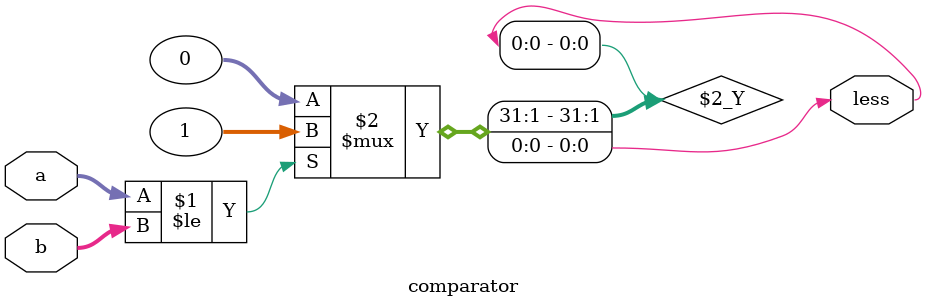
<source format=v>
`timescale 1ns / 1ps

module comparator(
    input [3:0] a, b,
    output less //, equal, greater <<NOT NEEDED
    );
    assign less = (a <= b) ? 1 : 0;
endmodule

</source>
